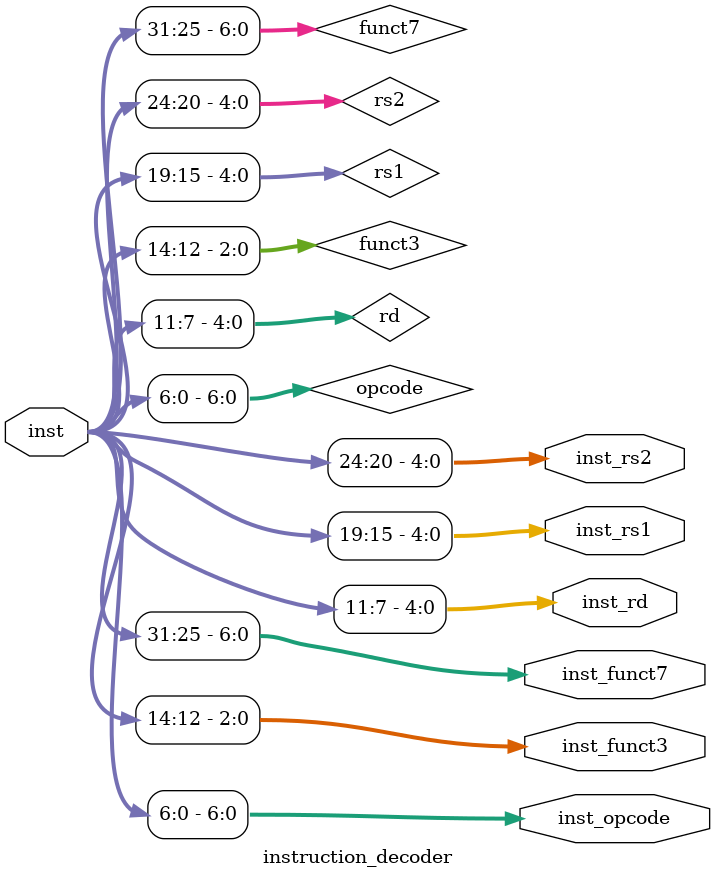
<source format=sv>
`include "config.sv"
`include "constants.sv"

module instruction_decoder(
    input [31:0] inst,
    output [6:0] inst_opcode,
    output [2:0] inst_funct3,
    output [6:0] inst_funct7,
    output [4:0] inst_rd,
    output [4:0] inst_rs1,
    output [4:0] inst_rs2
);
    logic [6:0] opcode;
	logic[4:0]  rd;
    logic [2:0] funct3;
    logic [4:0] rs1;
    logic [4:0] rs2;
	logic [6:0] funct7;
    
    always_comb begin
        opcode = inst[6:0];
        rd= inst[11:7];
        funct3 = inst[14:12];
        rs1 = inst[19:15];
        rs2 = inst[24:20];
        funct7= inst[31:25];
    end
    assign inst_opcode = opcode;
    assign inst_rd = rd;
    assign inst_funct3 = funct3;
    assign inst_rs1 = rs1;
    assign inst_rs2 = rs2;
    assign inst_funct7 = funct7;

endmodule
</source>
